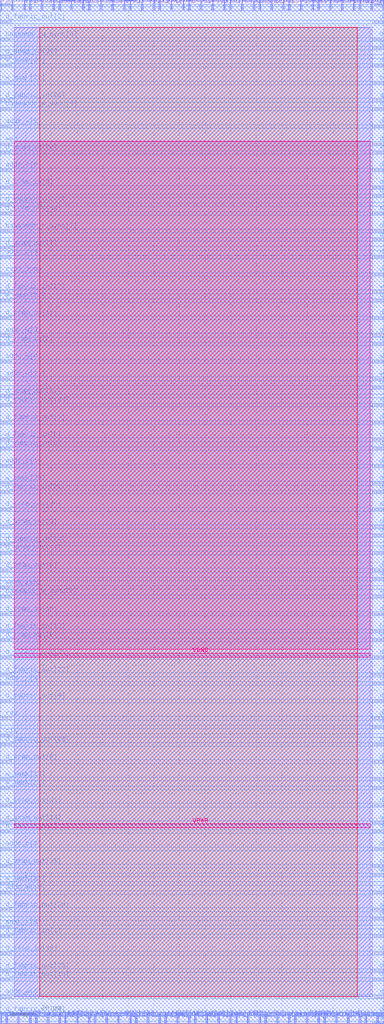
<source format=lef>
VERSION 5.7 ;
  NOWIREEXTENSIONATPIN ON ;
  DIVIDERCHAR "/" ;
  BUSBITCHARS "[]" ;
MACRO sram_ifc
  CLASS BLOCK ;
  FOREIGN sram_ifc ;
  ORIGIN 0.000 0.000 ;
  SIZE 150.000 BY 400.000 ;
  PIN addr_r[0]
    DIRECTION INPUT ;
    PORT
      LAYER met3 ;
        RECT 146.000 57.840 150.000 58.440 ;
    END
  END addr_r[0]
  PIN addr_r[10]
    DIRECTION INPUT ;
    PORT
      LAYER met3 ;
        RECT 146.000 360.440 150.000 361.040 ;
    END
  END addr_r[10]
  PIN addr_r[11]
    DIRECTION INPUT ;
    PORT
      LAYER met3 ;
        RECT 146.000 200.640 150.000 201.240 ;
    END
  END addr_r[11]
  PIN addr_r[12]
    DIRECTION INPUT ;
    PORT
      LAYER met2 ;
        RECT 55.290 396.000 55.570 400.000 ;
    END
  END addr_r[12]
  PIN addr_r[13]
    DIRECTION INPUT ;
    PORT
      LAYER met3 ;
        RECT 146.000 316.240 150.000 316.840 ;
    END
  END addr_r[13]
  PIN addr_r[1]
    DIRECTION INPUT ;
    PORT
      LAYER met3 ;
        RECT 0.000 217.640 4.000 218.240 ;
    END
  END addr_r[1]
  PIN addr_r[2]
    DIRECTION INPUT ;
    PORT
      LAYER met2 ;
        RECT 48.390 396.000 48.670 400.000 ;
    END
  END addr_r[2]
  PIN addr_r[3]
    DIRECTION INPUT ;
    PORT
      LAYER met2 ;
        RECT 140.390 0.000 140.670 4.000 ;
    END
  END addr_r[3]
  PIN addr_r[4]
    DIRECTION INPUT ;
    PORT
      LAYER met3 ;
        RECT 0.000 132.640 4.000 133.240 ;
    END
  END addr_r[4]
  PIN addr_r[5]
    DIRECTION INPUT ;
    PORT
      LAYER met3 ;
        RECT 0.000 333.240 4.000 333.840 ;
    END
  END addr_r[5]
  PIN addr_r[6]
    DIRECTION INPUT ;
    PORT
      LAYER met3 ;
        RECT 0.000 37.440 4.000 38.040 ;
    END
  END addr_r[6]
  PIN addr_r[7]
    DIRECTION INPUT ;
    PORT
      LAYER met3 ;
        RECT 0.000 68.040 4.000 68.640 ;
    END
  END addr_r[7]
  PIN addr_r[8]
    DIRECTION INPUT ;
    PORT
      LAYER met2 ;
        RECT 46.090 0.000 46.370 4.000 ;
    END
  END addr_r[8]
  PIN addr_r[9]
    DIRECTION INPUT ;
    PORT
      LAYER met3 ;
        RECT 0.000 299.240 4.000 299.840 ;
    END
  END addr_r[9]
  PIN addr_w[0]
    DIRECTION INPUT ;
    PORT
      LAYER met2 ;
        RECT 126.590 0.000 126.870 4.000 ;
    END
  END addr_w[0]
  PIN addr_w[10]
    DIRECTION INPUT ;
    PORT
      LAYER met3 ;
        RECT 0.000 51.040 4.000 51.640 ;
    END
  END addr_w[10]
  PIN addr_w[11]
    DIRECTION INPUT ;
    PORT
      LAYER met3 ;
        RECT 0.000 251.640 4.000 252.240 ;
    END
  END addr_w[11]
  PIN addr_w[12]
    DIRECTION INPUT ;
    PORT
      LAYER met3 ;
        RECT 146.000 44.240 150.000 44.840 ;
    END
  END addr_w[12]
  PIN addr_w[13]
    DIRECTION INPUT ;
    PORT
      LAYER met2 ;
        RECT 73.690 0.000 73.970 4.000 ;
    END
  END addr_w[13]
  PIN addr_w[1]
    DIRECTION INPUT ;
    PORT
      LAYER met2 ;
        RECT 96.690 0.000 96.970 4.000 ;
    END
  END addr_w[1]
  PIN addr_w[2]
    DIRECTION INPUT ;
    PORT
      LAYER met3 ;
        RECT 146.000 173.440 150.000 174.040 ;
    END
  END addr_w[2]
  PIN addr_w[3]
    DIRECTION INPUT ;
    PORT
      LAYER met3 ;
        RECT 146.000 0.040 150.000 0.640 ;
    END
  END addr_w[3]
  PIN addr_w[4]
    DIRECTION INPUT ;
    PORT
      LAYER met3 ;
        RECT 146.000 78.240 150.000 78.840 ;
    END
  END addr_w[4]
  PIN addr_w[5]
    DIRECTION INPUT ;
    PORT
      LAYER met3 ;
        RECT 0.000 350.240 4.000 350.840 ;
    END
  END addr_w[5]
  PIN addr_w[6]
    DIRECTION INPUT ;
    PORT
      LAYER met3 ;
        RECT 0.000 10.240 4.000 10.840 ;
    END
  END addr_w[6]
  PIN addr_w[7]
    DIRECTION INPUT ;
    PORT
      LAYER met2 ;
        RECT 18.490 0.000 18.770 4.000 ;
    END
  END addr_w[7]
  PIN addr_w[8]
    DIRECTION INPUT ;
    PORT
      LAYER met3 ;
        RECT 0.000 268.640 4.000 269.240 ;
    END
  END addr_w[8]
  PIN addr_w[9]
    DIRECTION INPUT ;
    PORT
      LAYER met3 ;
        RECT 0.000 258.440 4.000 259.040 ;
    END
  END addr_w[9]
  PIN baseaddr_r_sync[0]
    DIRECTION OUTPUT TRISTATE ;
    PORT
      LAYER met3 ;
        RECT 146.000 248.240 150.000 248.840 ;
    END
  END baseaddr_r_sync[0]
  PIN baseaddr_r_sync[1]
    DIRECTION OUTPUT TRISTATE ;
    PORT
      LAYER met2 ;
        RECT 73.690 396.000 73.970 400.000 ;
    END
  END baseaddr_r_sync[1]
  PIN baseaddr_r_sync[2]
    DIRECTION OUTPUT TRISTATE ;
    PORT
      LAYER met3 ;
        RECT 146.000 108.840 150.000 109.440 ;
    END
  END baseaddr_r_sync[2]
  PIN baseaddr_r_sync[3]
    DIRECTION OUTPUT TRISTATE ;
    PORT
      LAYER met2 ;
        RECT 89.790 0.000 90.070 4.000 ;
    END
  END baseaddr_r_sync[3]
  PIN baseaddr_r_sync[4]
    DIRECTION OUTPUT TRISTATE ;
    PORT
      LAYER met3 ;
        RECT 146.000 153.040 150.000 153.640 ;
    END
  END baseaddr_r_sync[4]
  PIN baseaddr_r_sync[5]
    DIRECTION OUTPUT TRISTATE ;
    PORT
      LAYER met2 ;
        RECT 101.290 0.000 101.570 4.000 ;
    END
  END baseaddr_r_sync[5]
  PIN baseaddr_r_sync[6]
    DIRECTION OUTPUT TRISTATE ;
    PORT
      LAYER met3 ;
        RECT 146.000 132.640 150.000 133.240 ;
    END
  END baseaddr_r_sync[6]
  PIN baseaddr_r_sync[7]
    DIRECTION OUTPUT TRISTATE ;
    PORT
      LAYER met3 ;
        RECT 0.000 309.440 4.000 310.040 ;
    END
  END baseaddr_r_sync[7]
  PIN baseaddr_r_sync[8]
    DIRECTION OUTPUT TRISTATE ;
    PORT
      LAYER met2 ;
        RECT 82.890 396.000 83.170 400.000 ;
    END
  END baseaddr_r_sync[8]
  PIN baseaddr_w_sync[0]
    DIRECTION OUTPUT TRISTATE ;
    PORT
      LAYER met3 ;
        RECT 0.000 384.240 4.000 384.840 ;
    END
  END baseaddr_w_sync[0]
  PIN baseaddr_w_sync[1]
    DIRECTION OUTPUT TRISTATE ;
    PORT
      LAYER met3 ;
        RECT 146.000 367.240 150.000 367.840 ;
    END
  END baseaddr_w_sync[1]
  PIN baseaddr_w_sync[2]
    DIRECTION OUTPUT TRISTATE ;
    PORT
      LAYER met2 ;
        RECT 29.990 0.000 30.270 4.000 ;
    END
  END baseaddr_w_sync[2]
  PIN baseaddr_w_sync[3]
    DIRECTION OUTPUT TRISTATE ;
    PORT
      LAYER met3 ;
        RECT 0.000 357.040 4.000 357.640 ;
    END
  END baseaddr_w_sync[3]
  PIN baseaddr_w_sync[4]
    DIRECTION OUTPUT TRISTATE ;
    PORT
      LAYER met2 ;
        RECT 4.690 396.000 4.970 400.000 ;
    END
  END baseaddr_w_sync[4]
  PIN baseaddr_w_sync[5]
    DIRECTION OUTPUT TRISTATE ;
    PORT
      LAYER met2 ;
        RECT 117.390 396.000 117.670 400.000 ;
    END
  END baseaddr_w_sync[5]
  PIN baseaddr_w_sync[6]
    DIRECTION OUTPUT TRISTATE ;
    PORT
      LAYER met2 ;
        RECT 124.290 0.000 124.570 4.000 ;
    END
  END baseaddr_w_sync[6]
  PIN baseaddr_w_sync[7]
    DIRECTION OUTPUT TRISTATE ;
    PORT
      LAYER met3 ;
        RECT 0.000 166.640 4.000 167.240 ;
    END
  END baseaddr_w_sync[7]
  PIN baseaddr_w_sync[8]
    DIRECTION OUTPUT TRISTATE ;
    PORT
      LAYER met3 ;
        RECT 146.000 61.240 150.000 61.840 ;
    END
  END baseaddr_w_sync[8]
  PIN clk
    DIRECTION INPUT ;
    PORT
      LAYER met3 ;
        RECT 0.000 112.240 4.000 112.840 ;
    END
  END clk
  PIN conf[0]
    DIRECTION INPUT ;
    PORT
      LAYER met2 ;
        RECT 71.390 396.000 71.670 400.000 ;
    END
  END conf[0]
  PIN conf[1]
    DIRECTION INPUT ;
    PORT
      LAYER met2 ;
        RECT 92.090 0.000 92.370 4.000 ;
    END
  END conf[1]
  PIN conf[2]
    DIRECTION INPUT ;
    PORT
      LAYER met3 ;
        RECT 146.000 227.840 150.000 228.440 ;
    END
  END conf[2]
  PIN csb
    DIRECTION INPUT ;
    PORT
      LAYER met3 ;
        RECT 146.000 95.240 150.000 95.840 ;
    END
  END csb
  PIN csb0_sync
    DIRECTION OUTPUT TRISTATE ;
    PORT
      LAYER met2 ;
        RECT 138.090 396.000 138.370 400.000 ;
    END
  END csb0_sync
  PIN csb1_sync
    DIRECTION OUTPUT TRISTATE ;
    PORT
      LAYER met3 ;
        RECT 0.000 292.440 4.000 293.040 ;
    END
  END csb1_sync
  PIN d_fabric_in[0]
    DIRECTION INPUT ;
    PORT
      LAYER met3 ;
        RECT 146.000 68.040 150.000 68.640 ;
    END
  END d_fabric_in[0]
  PIN d_fabric_in[10]
    DIRECTION INPUT ;
    PORT
      LAYER met3 ;
        RECT 146.000 10.240 150.000 10.840 ;
    END
  END d_fabric_in[10]
  PIN d_fabric_in[11]
    DIRECTION INPUT ;
    PORT
      LAYER met2 ;
        RECT 50.690 396.000 50.970 400.000 ;
    END
  END d_fabric_in[11]
  PIN d_fabric_in[12]
    DIRECTION INPUT ;
    PORT
      LAYER met3 ;
        RECT 146.000 391.040 150.000 391.640 ;
    END
  END d_fabric_in[12]
  PIN d_fabric_in[13]
    DIRECTION INPUT ;
    PORT
      LAYER met3 ;
        RECT 0.000 153.040 4.000 153.640 ;
    END
  END d_fabric_in[13]
  PIN d_fabric_in[14]
    DIRECTION INPUT ;
    PORT
      LAYER met3 ;
        RECT 0.000 3.440 4.000 4.040 ;
    END
  END d_fabric_in[14]
  PIN d_fabric_in[15]
    DIRECTION INPUT ;
    PORT
      LAYER met3 ;
        RECT 0.000 319.640 4.000 320.240 ;
    END
  END d_fabric_in[15]
  PIN d_fabric_in[16]
    DIRECTION INPUT ;
    PORT
      LAYER met2 ;
        RECT 87.490 396.000 87.770 400.000 ;
    END
  END d_fabric_in[16]
  PIN d_fabric_in[17]
    DIRECTION INPUT ;
    PORT
      LAYER met3 ;
        RECT 146.000 384.240 150.000 384.840 ;
    END
  END d_fabric_in[17]
  PIN d_fabric_in[18]
    DIRECTION INPUT ;
    PORT
      LAYER met3 ;
        RECT 146.000 333.240 150.000 333.840 ;
    END
  END d_fabric_in[18]
  PIN d_fabric_in[19]
    DIRECTION INPUT ;
    PORT
      LAYER met2 ;
        RECT 140.390 396.000 140.670 400.000 ;
    END
  END d_fabric_in[19]
  PIN d_fabric_in[1]
    DIRECTION INPUT ;
    PORT
      LAYER met3 ;
        RECT 0.000 34.040 4.000 34.640 ;
    END
  END d_fabric_in[1]
  PIN d_fabric_in[20]
    DIRECTION INPUT ;
    PORT
      LAYER met2 ;
        RECT 103.590 0.000 103.870 4.000 ;
    END
  END d_fabric_in[20]
  PIN d_fabric_in[21]
    DIRECTION INPUT ;
    PORT
      LAYER met3 ;
        RECT 146.000 323.040 150.000 323.640 ;
    END
  END d_fabric_in[21]
  PIN d_fabric_in[22]
    DIRECTION INPUT ;
    PORT
      LAYER met3 ;
        RECT 146.000 74.840 150.000 75.440 ;
    END
  END d_fabric_in[22]
  PIN d_fabric_in[23]
    DIRECTION INPUT ;
    PORT
      LAYER met3 ;
        RECT 146.000 282.240 150.000 282.840 ;
    END
  END d_fabric_in[23]
  PIN d_fabric_in[24]
    DIRECTION INPUT ;
    PORT
      LAYER met3 ;
        RECT 0.000 187.040 4.000 187.640 ;
    END
  END d_fabric_in[24]
  PIN d_fabric_in[25]
    DIRECTION INPUT ;
    PORT
      LAYER met2 ;
        RECT 101.290 396.000 101.570 400.000 ;
    END
  END d_fabric_in[25]
  PIN d_fabric_in[26]
    DIRECTION INPUT ;
    PORT
      LAYER met3 ;
        RECT 0.000 360.440 4.000 361.040 ;
    END
  END d_fabric_in[26]
  PIN d_fabric_in[27]
    DIRECTION INPUT ;
    PORT
      LAYER met3 ;
        RECT 0.000 285.640 4.000 286.240 ;
    END
  END d_fabric_in[27]
  PIN d_fabric_in[28]
    DIRECTION INPUT ;
    PORT
      LAYER met3 ;
        RECT 146.000 265.240 150.000 265.840 ;
    END
  END d_fabric_in[28]
  PIN d_fabric_in[29]
    DIRECTION INPUT ;
    PORT
      LAYER met3 ;
        RECT 146.000 299.240 150.000 299.840 ;
    END
  END d_fabric_in[29]
  PIN d_fabric_in[2]
    DIRECTION INPUT ;
    PORT
      LAYER met2 ;
        RECT 135.790 0.000 136.070 4.000 ;
    END
  END d_fabric_in[2]
  PIN d_fabric_in[30]
    DIRECTION INPUT ;
    PORT
      LAYER met3 ;
        RECT 146.000 102.040 150.000 102.640 ;
    END
  END d_fabric_in[30]
  PIN d_fabric_in[31]
    DIRECTION INPUT ;
    PORT
      LAYER met3 ;
        RECT 0.000 207.440 4.000 208.040 ;
    END
  END d_fabric_in[31]
  PIN d_fabric_in[3]
    DIRECTION INPUT ;
    PORT
      LAYER met3 ;
        RECT 146.000 27.240 150.000 27.840 ;
    END
  END d_fabric_in[3]
  PIN d_fabric_in[4]
    DIRECTION INPUT ;
    PORT
      LAYER met2 ;
        RECT 89.790 396.000 90.070 400.000 ;
    END
  END d_fabric_in[4]
  PIN d_fabric_in[5]
    DIRECTION INPUT ;
    PORT
      LAYER met2 ;
        RECT 66.790 396.000 67.070 400.000 ;
    END
  END d_fabric_in[5]
  PIN d_fabric_in[6]
    DIRECTION INPUT ;
    PORT
      LAYER met3 ;
        RECT 0.000 224.440 4.000 225.040 ;
    END
  END d_fabric_in[6]
  PIN d_fabric_in[7]
    DIRECTION INPUT ;
    PORT
      LAYER met3 ;
        RECT 146.000 397.840 150.000 398.440 ;
    END
  END d_fabric_in[7]
  PIN d_fabric_in[8]
    DIRECTION INPUT ;
    PORT
      LAYER met3 ;
        RECT 0.000 227.840 4.000 228.440 ;
    END
  END d_fabric_in[8]
  PIN d_fabric_in[9]
    DIRECTION INPUT ;
    PORT
      LAYER met2 ;
        RECT 6.990 0.000 7.270 4.000 ;
    END
  END d_fabric_in[9]
  PIN d_fabric_out[0]
    DIRECTION OUTPUT TRISTATE ;
    PORT
      LAYER met2 ;
        RECT 64.490 0.000 64.770 4.000 ;
    END
  END d_fabric_out[0]
  PIN d_fabric_out[10]
    DIRECTION OUTPUT TRISTATE ;
    PORT
      LAYER met3 ;
        RECT 0.000 17.040 4.000 17.640 ;
    END
  END d_fabric_out[10]
  PIN d_fabric_out[11]
    DIRECTION OUTPUT TRISTATE ;
    PORT
      LAYER met3 ;
        RECT 146.000 3.440 150.000 4.040 ;
    END
  END d_fabric_out[11]
  PIN d_fabric_out[12]
    DIRECTION OUTPUT TRISTATE ;
    PORT
      LAYER met3 ;
        RECT 146.000 350.240 150.000 350.840 ;
    END
  END d_fabric_out[12]
  PIN d_fabric_out[13]
    DIRECTION OUTPUT TRISTATE ;
    PORT
      LAYER met2 ;
        RECT 75.990 0.000 76.270 4.000 ;
    END
  END d_fabric_out[13]
  PIN d_fabric_out[14]
    DIRECTION OUTPUT TRISTATE ;
    PORT
      LAYER met3 ;
        RECT 146.000 17.040 150.000 17.640 ;
    END
  END d_fabric_out[14]
  PIN d_fabric_out[15]
    DIRECTION OUTPUT TRISTATE ;
    PORT
      LAYER met2 ;
        RECT 9.290 396.000 9.570 400.000 ;
    END
  END d_fabric_out[15]
  PIN d_fabric_out[16]
    DIRECTION OUTPUT TRISTATE ;
    PORT
      LAYER met3 ;
        RECT 146.000 292.440 150.000 293.040 ;
    END
  END d_fabric_out[16]
  PIN d_fabric_out[17]
    DIRECTION OUTPUT TRISTATE ;
    PORT
      LAYER met2 ;
        RECT 62.190 396.000 62.470 400.000 ;
    END
  END d_fabric_out[17]
  PIN d_fabric_out[18]
    DIRECTION OUTPUT TRISTATE ;
    PORT
      LAYER met2 ;
        RECT 131.190 0.000 131.470 4.000 ;
    END
  END d_fabric_out[18]
  PIN d_fabric_out[19]
    DIRECTION OUTPUT TRISTATE ;
    PORT
      LAYER met3 ;
        RECT 146.000 159.840 150.000 160.440 ;
    END
  END d_fabric_out[19]
  PIN d_fabric_out[1]
    DIRECTION OUTPUT TRISTATE ;
    PORT
      LAYER met2 ;
        RECT 147.290 0.000 147.570 4.000 ;
    END
  END d_fabric_out[1]
  PIN d_fabric_out[20]
    DIRECTION OUTPUT TRISTATE ;
    PORT
      LAYER met2 ;
        RECT 69.090 0.000 69.370 4.000 ;
    END
  END d_fabric_out[20]
  PIN d_fabric_out[21]
    DIRECTION OUTPUT TRISTATE ;
    PORT
      LAYER met3 ;
        RECT 0.000 142.840 4.000 143.440 ;
    END
  END d_fabric_out[21]
  PIN d_fabric_out[22]
    DIRECTION OUTPUT TRISTATE ;
    PORT
      LAYER met3 ;
        RECT 0.000 136.040 4.000 136.640 ;
    END
  END d_fabric_out[22]
  PIN d_fabric_out[23]
    DIRECTION OUTPUT TRISTATE ;
    PORT
      LAYER met3 ;
        RECT 0.000 108.840 4.000 109.440 ;
    END
  END d_fabric_out[23]
  PIN d_fabric_out[24]
    DIRECTION OUTPUT TRISTATE ;
    PORT
      LAYER met3 ;
        RECT 146.000 234.640 150.000 235.240 ;
    END
  END d_fabric_out[24]
  PIN d_fabric_out[25]
    DIRECTION OUTPUT TRISTATE ;
    PORT
      LAYER met3 ;
        RECT 0.000 20.440 4.000 21.040 ;
    END
  END d_fabric_out[25]
  PIN d_fabric_out[26]
    DIRECTION OUTPUT TRISTATE ;
    PORT
      LAYER met3 ;
        RECT 0.000 44.240 4.000 44.840 ;
    END
  END d_fabric_out[26]
  PIN d_fabric_out[27]
    DIRECTION OUTPUT TRISTATE ;
    PORT
      LAYER met3 ;
        RECT 0.000 74.840 4.000 75.440 ;
    END
  END d_fabric_out[27]
  PIN d_fabric_out[28]
    DIRECTION OUTPUT TRISTATE ;
    PORT
      LAYER met2 ;
        RECT 11.590 396.000 11.870 400.000 ;
    END
  END d_fabric_out[28]
  PIN d_fabric_out[29]
    DIRECTION OUTPUT TRISTATE ;
    PORT
      LAYER met3 ;
        RECT 0.000 241.440 4.000 242.040 ;
    END
  END d_fabric_out[29]
  PIN d_fabric_out[2]
    DIRECTION OUTPUT TRISTATE ;
    PORT
      LAYER met3 ;
        RECT 0.000 391.040 4.000 391.640 ;
    END
  END d_fabric_out[2]
  PIN d_fabric_out[30]
    DIRECTION OUTPUT TRISTATE ;
    PORT
      LAYER met2 ;
        RECT 27.690 396.000 27.970 400.000 ;
    END
  END d_fabric_out[30]
  PIN d_fabric_out[31]
    DIRECTION OUTPUT TRISTATE ;
    PORT
      LAYER met2 ;
        RECT 149.590 396.000 149.870 400.000 ;
    END
  END d_fabric_out[31]
  PIN d_fabric_out[3]
    DIRECTION OUTPUT TRISTATE ;
    PORT
      LAYER met2 ;
        RECT 105.890 396.000 106.170 400.000 ;
    END
  END d_fabric_out[3]
  PIN d_fabric_out[4]
    DIRECTION OUTPUT TRISTATE ;
    PORT
      LAYER met3 ;
        RECT 146.000 34.040 150.000 34.640 ;
    END
  END d_fabric_out[4]
  PIN d_fabric_out[5]
    DIRECTION OUTPUT TRISTATE ;
    PORT
      LAYER met3 ;
        RECT 146.000 343.440 150.000 344.040 ;
    END
  END d_fabric_out[5]
  PIN d_fabric_out[6]
    DIRECTION OUTPUT TRISTATE ;
    PORT
      LAYER met3 ;
        RECT 146.000 326.440 150.000 327.040 ;
    END
  END d_fabric_out[6]
  PIN d_fabric_out[7]
    DIRECTION OUTPUT TRISTATE ;
    PORT
      LAYER met3 ;
        RECT 146.000 268.640 150.000 269.240 ;
    END
  END d_fabric_out[7]
  PIN d_fabric_out[8]
    DIRECTION OUTPUT TRISTATE ;
    PORT
      LAYER met3 ;
        RECT 0.000 125.840 4.000 126.440 ;
    END
  END d_fabric_out[8]
  PIN d_fabric_out[9]
    DIRECTION OUTPUT TRISTATE ;
    PORT
      LAYER met3 ;
        RECT 0.000 234.640 4.000 235.240 ;
    END
  END d_fabric_out[9]
  PIN d_sram_in[0]
    DIRECTION OUTPUT TRISTATE ;
    PORT
      LAYER met2 ;
        RECT 2.390 0.000 2.670 4.000 ;
    END
  END d_sram_in[0]
  PIN d_sram_in[10]
    DIRECTION OUTPUT TRISTATE ;
    PORT
      LAYER met3 ;
        RECT 146.000 217.640 150.000 218.240 ;
    END
  END d_sram_in[10]
  PIN d_sram_in[11]
    DIRECTION OUTPUT TRISTATE ;
    PORT
      LAYER met3 ;
        RECT 146.000 210.840 150.000 211.440 ;
    END
  END d_sram_in[11]
  PIN d_sram_in[12]
    DIRECTION OUTPUT TRISTATE ;
    PORT
      LAYER met2 ;
        RECT 32.290 396.000 32.570 400.000 ;
    END
  END d_sram_in[12]
  PIN d_sram_in[13]
    DIRECTION OUTPUT TRISTATE ;
    PORT
      LAYER met3 ;
        RECT 0.000 275.440 4.000 276.040 ;
    END
  END d_sram_in[13]
  PIN d_sram_in[14]
    DIRECTION OUTPUT TRISTATE ;
    PORT
      LAYER met3 ;
        RECT 0.000 27.240 4.000 27.840 ;
    END
  END d_sram_in[14]
  PIN d_sram_in[15]
    DIRECTION OUTPUT TRISTATE ;
    PORT
      LAYER met3 ;
        RECT 0.000 159.840 4.000 160.440 ;
    END
  END d_sram_in[15]
  PIN d_sram_in[16]
    DIRECTION OUTPUT TRISTATE ;
    PORT
      LAYER met3 ;
        RECT 146.000 190.440 150.000 191.040 ;
    END
  END d_sram_in[16]
  PIN d_sram_in[17]
    DIRECTION OUTPUT TRISTATE ;
    PORT
      LAYER met3 ;
        RECT 146.000 142.840 150.000 143.440 ;
    END
  END d_sram_in[17]
  PIN d_sram_in[18]
    DIRECTION OUTPUT TRISTATE ;
    PORT
      LAYER met2 ;
        RECT 11.590 0.000 11.870 4.000 ;
    END
  END d_sram_in[18]
  PIN d_sram_in[19]
    DIRECTION OUTPUT TRISTATE ;
    PORT
      LAYER met3 ;
        RECT 146.000 374.040 150.000 374.640 ;
    END
  END d_sram_in[19]
  PIN d_sram_in[1]
    DIRECTION OUTPUT TRISTATE ;
    PORT
      LAYER met3 ;
        RECT 0.000 397.840 4.000 398.440 ;
    END
  END d_sram_in[1]
  PIN d_sram_in[20]
    DIRECTION OUTPUT TRISTATE ;
    PORT
      LAYER met3 ;
        RECT 0.000 340.040 4.000 340.640 ;
    END
  END d_sram_in[20]
  PIN d_sram_in[21]
    DIRECTION OUTPUT TRISTATE ;
    PORT
      LAYER met3 ;
        RECT 146.000 309.440 150.000 310.040 ;
    END
  END d_sram_in[21]
  PIN d_sram_in[22]
    DIRECTION OUTPUT TRISTATE ;
    PORT
      LAYER met2 ;
        RECT 85.190 0.000 85.470 4.000 ;
    END
  END d_sram_in[22]
  PIN d_sram_in[23]
    DIRECTION OUTPUT TRISTATE ;
    PORT
      LAYER met2 ;
        RECT 108.190 0.000 108.470 4.000 ;
    END
  END d_sram_in[23]
  PIN d_sram_in[24]
    DIRECTION OUTPUT TRISTATE ;
    PORT
      LAYER met3 ;
        RECT 146.000 115.640 150.000 116.240 ;
    END
  END d_sram_in[24]
  PIN d_sram_in[25]
    DIRECTION OUTPUT TRISTATE ;
    PORT
      LAYER met2 ;
        RECT 128.890 396.000 129.170 400.000 ;
    END
  END d_sram_in[25]
  PIN d_sram_in[26]
    DIRECTION OUTPUT TRISTATE ;
    PORT
      LAYER met2 ;
        RECT 41.490 0.000 41.770 4.000 ;
    END
  END d_sram_in[26]
  PIN d_sram_in[27]
    DIRECTION OUTPUT TRISTATE ;
    PORT
      LAYER met3 ;
        RECT 0.000 377.440 4.000 378.040 ;
    END
  END d_sram_in[27]
  PIN d_sram_in[28]
    DIRECTION OUTPUT TRISTATE ;
    PORT
      LAYER met3 ;
        RECT 0.000 193.840 4.000 194.440 ;
    END
  END d_sram_in[28]
  PIN d_sram_in[29]
    DIRECTION OUTPUT TRISTATE ;
    PORT
      LAYER met3 ;
        RECT 146.000 119.040 150.000 119.640 ;
    END
  END d_sram_in[29]
  PIN d_sram_in[2]
    DIRECTION OUTPUT TRISTATE ;
    PORT
      LAYER met2 ;
        RECT 34.590 0.000 34.870 4.000 ;
    END
  END d_sram_in[2]
  PIN d_sram_in[30]
    DIRECTION OUTPUT TRISTATE ;
    PORT
      LAYER met2 ;
        RECT 34.590 396.000 34.870 400.000 ;
    END
  END d_sram_in[30]
  PIN d_sram_in[31]
    DIRECTION OUTPUT TRISTATE ;
    PORT
      LAYER met3 ;
        RECT 146.000 176.840 150.000 177.440 ;
    END
  END d_sram_in[31]
  PIN d_sram_in[3]
    DIRECTION OUTPUT TRISTATE ;
    PORT
      LAYER met3 ;
        RECT 0.000 265.240 4.000 265.840 ;
    END
  END d_sram_in[3]
  PIN d_sram_in[4]
    DIRECTION OUTPUT TRISTATE ;
    PORT
      LAYER met2 ;
        RECT 16.190 396.000 16.470 400.000 ;
    END
  END d_sram_in[4]
  PIN d_sram_in[5]
    DIRECTION OUTPUT TRISTATE ;
    PORT
      LAYER met3 ;
        RECT 146.000 207.440 150.000 208.040 ;
    END
  END d_sram_in[5]
  PIN d_sram_in[6]
    DIRECTION OUTPUT TRISTATE ;
    PORT
      LAYER met3 ;
        RECT 0.000 326.440 4.000 327.040 ;
    END
  END d_sram_in[6]
  PIN d_sram_in[7]
    DIRECTION OUTPUT TRISTATE ;
    PORT
      LAYER met3 ;
        RECT 146.000 40.840 150.000 41.440 ;
    END
  END d_sram_in[7]
  PIN d_sram_in[8]
    DIRECTION OUTPUT TRISTATE ;
    PORT
      LAYER met3 ;
        RECT 146.000 20.440 150.000 21.040 ;
    END
  END d_sram_in[8]
  PIN d_sram_in[9]
    DIRECTION OUTPUT TRISTATE ;
    PORT
      LAYER met3 ;
        RECT 146.000 224.440 150.000 225.040 ;
    END
  END d_sram_in[9]
  PIN d_sram_out[0]
    DIRECTION INPUT ;
    PORT
      LAYER met3 ;
        RECT 0.000 176.840 4.000 177.440 ;
    END
  END d_sram_out[0]
  PIN d_sram_out[10]
    DIRECTION INPUT ;
    PORT
      LAYER met2 ;
        RECT 50.690 0.000 50.970 4.000 ;
    END
  END d_sram_out[10]
  PIN d_sram_out[11]
    DIRECTION INPUT ;
    PORT
      LAYER met3 ;
        RECT 0.000 183.640 4.000 184.240 ;
    END
  END d_sram_out[11]
  PIN d_sram_out[12]
    DIRECTION INPUT ;
    PORT
      LAYER met3 ;
        RECT 0.000 316.240 4.000 316.840 ;
    END
  END d_sram_out[12]
  PIN d_sram_out[13]
    DIRECTION INPUT ;
    PORT
      LAYER met2 ;
        RECT 43.790 396.000 44.070 400.000 ;
    END
  END d_sram_out[13]
  PIN d_sram_out[14]
    DIRECTION INPUT ;
    PORT
      LAYER met3 ;
        RECT 0.000 78.240 4.000 78.840 ;
    END
  END d_sram_out[14]
  PIN d_sram_out[15]
    DIRECTION INPUT ;
    PORT
      LAYER met2 ;
        RECT 121.990 396.000 122.270 400.000 ;
    END
  END d_sram_out[15]
  PIN d_sram_out[16]
    DIRECTION INPUT ;
    PORT
      LAYER met2 ;
        RECT 57.590 0.000 57.870 4.000 ;
    END
  END d_sram_out[16]
  PIN d_sram_out[17]
    DIRECTION INPUT ;
    PORT
      LAYER met3 ;
        RECT 146.000 380.840 150.000 381.440 ;
    END
  END d_sram_out[17]
  PIN d_sram_out[18]
    DIRECTION INPUT ;
    PORT
      LAYER met2 ;
        RECT 119.690 0.000 119.970 4.000 ;
    END
  END d_sram_out[18]
  PIN d_sram_out[19]
    DIRECTION INPUT ;
    PORT
      LAYER met2 ;
        RECT 110.490 396.000 110.770 400.000 ;
    END
  END d_sram_out[19]
  PIN d_sram_out[1]
    DIRECTION INPUT ;
    PORT
      LAYER met3 ;
        RECT 146.000 306.040 150.000 306.640 ;
    END
  END d_sram_out[1]
  PIN d_sram_out[20]
    DIRECTION INPUT ;
    PORT
      LAYER met3 ;
        RECT 146.000 136.040 150.000 136.640 ;
    END
  END d_sram_out[20]
  PIN d_sram_out[21]
    DIRECTION INPUT ;
    PORT
      LAYER met3 ;
        RECT 0.000 85.040 4.000 85.640 ;
    END
  END d_sram_out[21]
  PIN d_sram_out[22]
    DIRECTION INPUT ;
    PORT
      LAYER met2 ;
        RECT 13.890 0.000 14.170 4.000 ;
    END
  END d_sram_out[22]
  PIN d_sram_out[23]
    DIRECTION INPUT ;
    PORT
      LAYER met2 ;
        RECT 112.790 396.000 113.070 400.000 ;
    END
  END d_sram_out[23]
  PIN d_sram_out[24]
    DIRECTION INPUT ;
    PORT
      LAYER met3 ;
        RECT 146.000 85.040 150.000 85.640 ;
    END
  END d_sram_out[24]
  PIN d_sram_out[25]
    DIRECTION INPUT ;
    PORT
      LAYER met3 ;
        RECT 0.000 61.240 4.000 61.840 ;
    END
  END d_sram_out[25]
  PIN d_sram_out[26]
    DIRECTION INPUT ;
    PORT
      LAYER met2 ;
        RECT 124.290 396.000 124.570 400.000 ;
    END
  END d_sram_out[26]
  PIN d_sram_out[27]
    DIRECTION INPUT ;
    PORT
      LAYER met3 ;
        RECT 146.000 125.840 150.000 126.440 ;
    END
  END d_sram_out[27]
  PIN d_sram_out[28]
    DIRECTION INPUT ;
    PORT
      LAYER met2 ;
        RECT 62.190 0.000 62.470 4.000 ;
    END
  END d_sram_out[28]
  PIN d_sram_out[29]
    DIRECTION INPUT ;
    PORT
      LAYER met2 ;
        RECT 142.690 0.000 142.970 4.000 ;
    END
  END d_sram_out[29]
  PIN d_sram_out[2]
    DIRECTION INPUT ;
    PORT
      LAYER met3 ;
        RECT 146.000 357.040 150.000 357.640 ;
    END
  END d_sram_out[2]
  PIN d_sram_out[30]
    DIRECTION INPUT ;
    PORT
      LAYER met3 ;
        RECT 0.000 200.640 4.000 201.240 ;
    END
  END d_sram_out[30]
  PIN d_sram_out[31]
    DIRECTION INPUT ;
    PORT
      LAYER met3 ;
        RECT 0.000 244.840 4.000 245.440 ;
    END
  END d_sram_out[31]
  PIN d_sram_out[3]
    DIRECTION INPUT ;
    PORT
      LAYER met3 ;
        RECT 146.000 193.840 150.000 194.440 ;
    END
  END d_sram_out[3]
  PIN d_sram_out[4]
    DIRECTION INPUT ;
    PORT
      LAYER met2 ;
        RECT 52.990 0.000 53.270 4.000 ;
    END
  END d_sram_out[4]
  PIN d_sram_out[5]
    DIRECTION INPUT ;
    PORT
      LAYER met2 ;
        RECT 23.090 0.000 23.370 4.000 ;
    END
  END d_sram_out[5]
  PIN d_sram_out[6]
    DIRECTION INPUT ;
    PORT
      LAYER met3 ;
        RECT 146.000 275.440 150.000 276.040 ;
    END
  END d_sram_out[6]
  PIN d_sram_out[7]
    DIRECTION INPUT ;
    PORT
      LAYER met3 ;
        RECT 0.000 302.640 4.000 303.240 ;
    END
  END d_sram_out[7]
  PIN d_sram_out[8]
    DIRECTION INPUT ;
    PORT
      LAYER met3 ;
        RECT 0.000 149.640 4.000 150.240 ;
    END
  END d_sram_out[8]
  PIN d_sram_out[9]
    DIRECTION INPUT ;
    PORT
      LAYER met3 ;
        RECT 0.000 102.040 4.000 102.640 ;
    END
  END d_sram_out[9]
  PIN out_reg
    DIRECTION INPUT ;
    PORT
      LAYER met2 ;
        RECT 94.390 396.000 94.670 400.000 ;
    END
  END out_reg
  PIN reb
    DIRECTION INPUT ;
    PORT
      LAYER met3 ;
        RECT 0.000 119.040 4.000 119.640 ;
    END
  END reb
  PIN w_mask[0]
    DIRECTION OUTPUT TRISTATE ;
    PORT
      LAYER met3 ;
        RECT 146.000 91.840 150.000 92.440 ;
    END
  END w_mask[0]
  PIN w_mask[10]
    DIRECTION OUTPUT TRISTATE ;
    PORT
      LAYER met2 ;
        RECT 23.090 396.000 23.370 400.000 ;
    END
  END w_mask[10]
  PIN w_mask[11]
    DIRECTION OUTPUT TRISTATE ;
    PORT
      LAYER met3 ;
        RECT 146.000 340.040 150.000 340.640 ;
    END
  END w_mask[11]
  PIN w_mask[12]
    DIRECTION OUTPUT TRISTATE ;
    PORT
      LAYER met2 ;
        RECT 0.090 0.000 0.370 4.000 ;
    END
  END w_mask[12]
  PIN w_mask[13]
    DIRECTION OUTPUT TRISTATE ;
    PORT
      LAYER met3 ;
        RECT 0.000 95.240 4.000 95.840 ;
    END
  END w_mask[13]
  PIN w_mask[14]
    DIRECTION OUTPUT TRISTATE ;
    PORT
      LAYER met2 ;
        RECT 80.590 0.000 80.870 4.000 ;
    END
  END w_mask[14]
  PIN w_mask[15]
    DIRECTION OUTPUT TRISTATE ;
    PORT
      LAYER met2 ;
        RECT 36.890 0.000 37.170 4.000 ;
    END
  END w_mask[15]
  PIN w_mask[16]
    DIRECTION OUTPUT TRISTATE ;
    PORT
      LAYER met2 ;
        RECT 98.990 396.000 99.270 400.000 ;
    END
  END w_mask[16]
  PIN w_mask[17]
    DIRECTION OUTPUT TRISTATE ;
    PORT
      LAYER met2 ;
        RECT 144.990 396.000 145.270 400.000 ;
    END
  END w_mask[17]
  PIN w_mask[18]
    DIRECTION OUTPUT TRISTATE ;
    PORT
      LAYER met3 ;
        RECT 146.000 285.640 150.000 286.240 ;
    END
  END w_mask[18]
  PIN w_mask[19]
    DIRECTION OUTPUT TRISTATE ;
    PORT
      LAYER met2 ;
        RECT 115.090 0.000 115.370 4.000 ;
    END
  END w_mask[19]
  PIN w_mask[1]
    DIRECTION OUTPUT TRISTATE ;
    PORT
      LAYER met3 ;
        RECT 146.000 51.040 150.000 51.640 ;
    END
  END w_mask[1]
  PIN w_mask[20]
    DIRECTION OUTPUT TRISTATE ;
    PORT
      LAYER met3 ;
        RECT 0.000 374.040 4.000 374.640 ;
    END
  END w_mask[20]
  PIN w_mask[21]
    DIRECTION OUTPUT TRISTATE ;
    PORT
      LAYER met3 ;
        RECT 0.000 282.240 4.000 282.840 ;
    END
  END w_mask[21]
  PIN w_mask[22]
    DIRECTION OUTPUT TRISTATE ;
    PORT
      LAYER met2 ;
        RECT 78.290 396.000 78.570 400.000 ;
    END
  END w_mask[22]
  PIN w_mask[23]
    DIRECTION OUTPUT TRISTATE ;
    PORT
      LAYER met3 ;
        RECT 0.000 54.440 4.000 55.040 ;
    END
  END w_mask[23]
  PIN w_mask[24]
    DIRECTION OUTPUT TRISTATE ;
    PORT
      LAYER met2 ;
        RECT 25.390 0.000 25.670 4.000 ;
    END
  END w_mask[24]
  PIN w_mask[25]
    DIRECTION OUTPUT TRISTATE ;
    PORT
      LAYER met3 ;
        RECT 0.000 210.840 4.000 211.440 ;
    END
  END w_mask[25]
  PIN w_mask[26]
    DIRECTION OUTPUT TRISTATE ;
    PORT
      LAYER met2 ;
        RECT 59.890 396.000 60.170 400.000 ;
    END
  END w_mask[26]
  PIN w_mask[27]
    DIRECTION OUTPUT TRISTATE ;
    PORT
      LAYER met3 ;
        RECT 0.000 367.240 4.000 367.840 ;
    END
  END w_mask[27]
  PIN w_mask[28]
    DIRECTION OUTPUT TRISTATE ;
    PORT
      LAYER met2 ;
        RECT 39.190 396.000 39.470 400.000 ;
    END
  END w_mask[28]
  PIN w_mask[29]
    DIRECTION OUTPUT TRISTATE ;
    PORT
      LAYER met2 ;
        RECT 133.490 396.000 133.770 400.000 ;
    END
  END w_mask[29]
  PIN w_mask[2]
    DIRECTION OUTPUT TRISTATE ;
    PORT
      LAYER met2 ;
        RECT 0.090 396.000 0.370 400.000 ;
    END
  END w_mask[2]
  PIN w_mask[30]
    DIRECTION OUTPUT TRISTATE ;
    PORT
      LAYER met2 ;
        RECT 112.790 0.000 113.070 4.000 ;
    END
  END w_mask[30]
  PIN w_mask[31]
    DIRECTION OUTPUT TRISTATE ;
    PORT
      LAYER met3 ;
        RECT 0.000 91.840 4.000 92.440 ;
    END
  END w_mask[31]
  PIN w_mask[3]
    DIRECTION OUTPUT TRISTATE ;
    PORT
      LAYER met3 ;
        RECT 146.000 258.440 150.000 259.040 ;
    END
  END w_mask[3]
  PIN w_mask[4]
    DIRECTION OUTPUT TRISTATE ;
    PORT
      LAYER met3 ;
        RECT 146.000 241.440 150.000 242.040 ;
    END
  END w_mask[4]
  PIN w_mask[5]
    DIRECTION OUTPUT TRISTATE ;
    PORT
      LAYER met2 ;
        RECT 20.790 396.000 21.070 400.000 ;
    END
  END w_mask[5]
  PIN w_mask[6]
    DIRECTION OUTPUT TRISTATE ;
    PORT
      LAYER met3 ;
        RECT 146.000 183.640 150.000 184.240 ;
    END
  END w_mask[6]
  PIN w_mask[7]
    DIRECTION OUTPUT TRISTATE ;
    PORT
      LAYER met3 ;
        RECT 146.000 149.640 150.000 150.240 ;
    END
  END w_mask[7]
  PIN w_mask[8]
    DIRECTION OUTPUT TRISTATE ;
    PORT
      LAYER met3 ;
        RECT 146.000 251.640 150.000 252.240 ;
    END
  END w_mask[8]
  PIN w_mask[9]
    DIRECTION OUTPUT TRISTATE ;
    PORT
      LAYER met3 ;
        RECT 146.000 166.640 150.000 167.240 ;
    END
  END w_mask[9]
  PIN web
    DIRECTION INPUT ;
    PORT
      LAYER met3 ;
        RECT 0.000 343.440 4.000 344.040 ;
    END
  END web
  PIN web0_sync
    DIRECTION OUTPUT TRISTATE ;
    PORT
      LAYER met3 ;
        RECT 0.000 170.040 4.000 170.640 ;
    END
  END web0_sync
  PIN VPWR
    DIRECTION INPUT ;
    USE POWER ;
    PORT
      LAYER met5 ;
        RECT 5.520 76.505 144.440 78.105 ;
    END
  END VPWR
  PIN VGND
    DIRECTION INPUT ;
    USE GROUND ;
    PORT
      LAYER met5 ;
        RECT 5.520 143.175 144.440 144.775 ;
    END
  END VGND
  OBS
      LAYER li1 ;
        RECT 5.520 10.795 144.440 389.045 ;
      LAYER met1 ;
        RECT 5.520 10.640 145.290 389.200 ;
      LAYER met2 ;
        RECT 0.650 395.720 4.410 398.325 ;
        RECT 5.250 395.720 9.010 398.325 ;
        RECT 9.850 395.720 11.310 398.325 ;
        RECT 12.150 395.720 15.910 398.325 ;
        RECT 16.750 395.720 20.510 398.325 ;
        RECT 21.350 395.720 22.810 398.325 ;
        RECT 23.650 395.720 27.410 398.325 ;
        RECT 28.250 395.720 32.010 398.325 ;
        RECT 32.850 395.720 34.310 398.325 ;
        RECT 35.150 395.720 38.910 398.325 ;
        RECT 39.750 395.720 43.510 398.325 ;
        RECT 44.350 395.720 48.110 398.325 ;
        RECT 48.950 395.720 50.410 398.325 ;
        RECT 51.250 395.720 55.010 398.325 ;
        RECT 55.850 395.720 59.610 398.325 ;
        RECT 60.450 395.720 61.910 398.325 ;
        RECT 62.750 395.720 66.510 398.325 ;
        RECT 67.350 395.720 71.110 398.325 ;
        RECT 71.950 395.720 73.410 398.325 ;
        RECT 74.250 395.720 78.010 398.325 ;
        RECT 78.850 395.720 82.610 398.325 ;
        RECT 83.450 395.720 87.210 398.325 ;
        RECT 88.050 395.720 89.510 398.325 ;
        RECT 90.350 395.720 94.110 398.325 ;
        RECT 94.950 395.720 98.710 398.325 ;
        RECT 99.550 395.720 101.010 398.325 ;
        RECT 101.850 395.720 105.610 398.325 ;
        RECT 106.450 395.720 110.210 398.325 ;
        RECT 111.050 395.720 112.510 398.325 ;
        RECT 113.350 395.720 117.110 398.325 ;
        RECT 117.950 395.720 121.710 398.325 ;
        RECT 122.550 395.720 124.010 398.325 ;
        RECT 124.850 395.720 128.610 398.325 ;
        RECT 129.450 395.720 133.210 398.325 ;
        RECT 134.050 395.720 137.810 398.325 ;
        RECT 138.650 395.720 140.110 398.325 ;
        RECT 140.950 395.720 144.710 398.325 ;
        RECT 145.550 395.720 149.310 398.325 ;
        RECT 0.090 4.280 149.870 395.720 ;
        RECT 0.650 0.155 2.110 4.280 ;
        RECT 2.950 0.155 6.710 4.280 ;
        RECT 7.550 0.155 11.310 4.280 ;
        RECT 12.150 0.155 13.610 4.280 ;
        RECT 14.450 0.155 18.210 4.280 ;
        RECT 19.050 0.155 22.810 4.280 ;
        RECT 23.650 0.155 25.110 4.280 ;
        RECT 25.950 0.155 29.710 4.280 ;
        RECT 30.550 0.155 34.310 4.280 ;
        RECT 35.150 0.155 36.610 4.280 ;
        RECT 37.450 0.155 41.210 4.280 ;
        RECT 42.050 0.155 45.810 4.280 ;
        RECT 46.650 0.155 50.410 4.280 ;
        RECT 51.250 0.155 52.710 4.280 ;
        RECT 53.550 0.155 57.310 4.280 ;
        RECT 58.150 0.155 61.910 4.280 ;
        RECT 62.750 0.155 64.210 4.280 ;
        RECT 65.050 0.155 68.810 4.280 ;
        RECT 69.650 0.155 73.410 4.280 ;
        RECT 74.250 0.155 75.710 4.280 ;
        RECT 76.550 0.155 80.310 4.280 ;
        RECT 81.150 0.155 84.910 4.280 ;
        RECT 85.750 0.155 89.510 4.280 ;
        RECT 90.350 0.155 91.810 4.280 ;
        RECT 92.650 0.155 96.410 4.280 ;
        RECT 97.250 0.155 101.010 4.280 ;
        RECT 101.850 0.155 103.310 4.280 ;
        RECT 104.150 0.155 107.910 4.280 ;
        RECT 108.750 0.155 112.510 4.280 ;
        RECT 113.350 0.155 114.810 4.280 ;
        RECT 115.650 0.155 119.410 4.280 ;
        RECT 120.250 0.155 124.010 4.280 ;
        RECT 124.850 0.155 126.310 4.280 ;
        RECT 127.150 0.155 130.910 4.280 ;
        RECT 131.750 0.155 135.510 4.280 ;
        RECT 136.350 0.155 140.110 4.280 ;
        RECT 140.950 0.155 142.410 4.280 ;
        RECT 143.250 0.155 147.010 4.280 ;
        RECT 147.850 0.155 149.870 4.280 ;
      LAYER met3 ;
        RECT 4.400 397.440 145.600 398.305 ;
        RECT 0.065 392.040 149.895 397.440 ;
        RECT 4.400 390.640 145.600 392.040 ;
        RECT 0.065 385.240 149.895 390.640 ;
        RECT 4.400 383.840 145.600 385.240 ;
        RECT 0.065 381.840 149.895 383.840 ;
        RECT 0.065 380.440 145.600 381.840 ;
        RECT 0.065 378.440 149.895 380.440 ;
        RECT 4.400 377.040 149.895 378.440 ;
        RECT 0.065 375.040 149.895 377.040 ;
        RECT 4.400 373.640 145.600 375.040 ;
        RECT 0.065 368.240 149.895 373.640 ;
        RECT 4.400 366.840 145.600 368.240 ;
        RECT 0.065 361.440 149.895 366.840 ;
        RECT 4.400 360.040 145.600 361.440 ;
        RECT 0.065 358.040 149.895 360.040 ;
        RECT 4.400 356.640 145.600 358.040 ;
        RECT 0.065 351.240 149.895 356.640 ;
        RECT 4.400 349.840 145.600 351.240 ;
        RECT 0.065 344.440 149.895 349.840 ;
        RECT 4.400 343.040 145.600 344.440 ;
        RECT 0.065 341.040 149.895 343.040 ;
        RECT 4.400 339.640 145.600 341.040 ;
        RECT 0.065 334.240 149.895 339.640 ;
        RECT 4.400 332.840 145.600 334.240 ;
        RECT 0.065 327.440 149.895 332.840 ;
        RECT 4.400 326.040 145.600 327.440 ;
        RECT 0.065 324.040 149.895 326.040 ;
        RECT 0.065 322.640 145.600 324.040 ;
        RECT 0.065 320.640 149.895 322.640 ;
        RECT 4.400 319.240 149.895 320.640 ;
        RECT 0.065 317.240 149.895 319.240 ;
        RECT 4.400 315.840 145.600 317.240 ;
        RECT 0.065 310.440 149.895 315.840 ;
        RECT 4.400 309.040 145.600 310.440 ;
        RECT 0.065 307.040 149.895 309.040 ;
        RECT 0.065 305.640 145.600 307.040 ;
        RECT 0.065 303.640 149.895 305.640 ;
        RECT 4.400 302.240 149.895 303.640 ;
        RECT 0.065 300.240 149.895 302.240 ;
        RECT 4.400 298.840 145.600 300.240 ;
        RECT 0.065 293.440 149.895 298.840 ;
        RECT 4.400 292.040 145.600 293.440 ;
        RECT 0.065 286.640 149.895 292.040 ;
        RECT 4.400 285.240 145.600 286.640 ;
        RECT 0.065 283.240 149.895 285.240 ;
        RECT 4.400 281.840 145.600 283.240 ;
        RECT 0.065 276.440 149.895 281.840 ;
        RECT 4.400 275.040 145.600 276.440 ;
        RECT 0.065 269.640 149.895 275.040 ;
        RECT 4.400 268.240 145.600 269.640 ;
        RECT 0.065 266.240 149.895 268.240 ;
        RECT 4.400 264.840 145.600 266.240 ;
        RECT 0.065 259.440 149.895 264.840 ;
        RECT 4.400 258.040 145.600 259.440 ;
        RECT 0.065 252.640 149.895 258.040 ;
        RECT 4.400 251.240 145.600 252.640 ;
        RECT 0.065 249.240 149.895 251.240 ;
        RECT 0.065 247.840 145.600 249.240 ;
        RECT 0.065 245.840 149.895 247.840 ;
        RECT 4.400 244.440 149.895 245.840 ;
        RECT 0.065 242.440 149.895 244.440 ;
        RECT 4.400 241.040 145.600 242.440 ;
        RECT 0.065 235.640 149.895 241.040 ;
        RECT 4.400 234.240 145.600 235.640 ;
        RECT 0.065 228.840 149.895 234.240 ;
        RECT 4.400 227.440 145.600 228.840 ;
        RECT 0.065 225.440 149.895 227.440 ;
        RECT 4.400 224.040 145.600 225.440 ;
        RECT 0.065 218.640 149.895 224.040 ;
        RECT 4.400 217.240 145.600 218.640 ;
        RECT 0.065 211.840 149.895 217.240 ;
        RECT 4.400 210.440 145.600 211.840 ;
        RECT 0.065 208.440 149.895 210.440 ;
        RECT 4.400 207.040 145.600 208.440 ;
        RECT 0.065 201.640 149.895 207.040 ;
        RECT 4.400 200.240 145.600 201.640 ;
        RECT 0.065 194.840 149.895 200.240 ;
        RECT 4.400 193.440 145.600 194.840 ;
        RECT 0.065 191.440 149.895 193.440 ;
        RECT 0.065 190.040 145.600 191.440 ;
        RECT 0.065 188.040 149.895 190.040 ;
        RECT 4.400 186.640 149.895 188.040 ;
        RECT 0.065 184.640 149.895 186.640 ;
        RECT 4.400 183.240 145.600 184.640 ;
        RECT 0.065 177.840 149.895 183.240 ;
        RECT 4.400 176.440 145.600 177.840 ;
        RECT 0.065 174.440 149.895 176.440 ;
        RECT 0.065 173.040 145.600 174.440 ;
        RECT 0.065 171.040 149.895 173.040 ;
        RECT 4.400 169.640 149.895 171.040 ;
        RECT 0.065 167.640 149.895 169.640 ;
        RECT 4.400 166.240 145.600 167.640 ;
        RECT 0.065 160.840 149.895 166.240 ;
        RECT 4.400 159.440 145.600 160.840 ;
        RECT 0.065 154.040 149.895 159.440 ;
        RECT 4.400 152.640 145.600 154.040 ;
        RECT 0.065 150.640 149.895 152.640 ;
        RECT 4.400 149.240 145.600 150.640 ;
        RECT 0.065 143.840 149.895 149.240 ;
        RECT 4.400 142.440 145.600 143.840 ;
        RECT 0.065 137.040 149.895 142.440 ;
        RECT 4.400 135.640 145.600 137.040 ;
        RECT 0.065 133.640 149.895 135.640 ;
        RECT 4.400 132.240 145.600 133.640 ;
        RECT 0.065 126.840 149.895 132.240 ;
        RECT 4.400 125.440 145.600 126.840 ;
        RECT 0.065 120.040 149.895 125.440 ;
        RECT 4.400 118.640 145.600 120.040 ;
        RECT 0.065 116.640 149.895 118.640 ;
        RECT 0.065 115.240 145.600 116.640 ;
        RECT 0.065 113.240 149.895 115.240 ;
        RECT 4.400 111.840 149.895 113.240 ;
        RECT 0.065 109.840 149.895 111.840 ;
        RECT 4.400 108.440 145.600 109.840 ;
        RECT 0.065 103.040 149.895 108.440 ;
        RECT 4.400 101.640 145.600 103.040 ;
        RECT 0.065 96.240 149.895 101.640 ;
        RECT 4.400 94.840 145.600 96.240 ;
        RECT 0.065 92.840 149.895 94.840 ;
        RECT 4.400 91.440 145.600 92.840 ;
        RECT 0.065 86.040 149.895 91.440 ;
        RECT 4.400 84.640 145.600 86.040 ;
        RECT 0.065 79.240 149.895 84.640 ;
        RECT 4.400 77.840 145.600 79.240 ;
        RECT 0.065 75.840 149.895 77.840 ;
        RECT 4.400 74.440 145.600 75.840 ;
        RECT 0.065 69.040 149.895 74.440 ;
        RECT 4.400 67.640 145.600 69.040 ;
        RECT 0.065 62.240 149.895 67.640 ;
        RECT 4.400 60.840 145.600 62.240 ;
        RECT 0.065 58.840 149.895 60.840 ;
        RECT 0.065 57.440 145.600 58.840 ;
        RECT 0.065 55.440 149.895 57.440 ;
        RECT 4.400 54.040 149.895 55.440 ;
        RECT 0.065 52.040 149.895 54.040 ;
        RECT 4.400 50.640 145.600 52.040 ;
        RECT 0.065 45.240 149.895 50.640 ;
        RECT 4.400 43.840 145.600 45.240 ;
        RECT 0.065 41.840 149.895 43.840 ;
        RECT 0.065 40.440 145.600 41.840 ;
        RECT 0.065 38.440 149.895 40.440 ;
        RECT 4.400 37.040 149.895 38.440 ;
        RECT 0.065 35.040 149.895 37.040 ;
        RECT 4.400 33.640 145.600 35.040 ;
        RECT 0.065 28.240 149.895 33.640 ;
        RECT 4.400 26.840 145.600 28.240 ;
        RECT 0.065 21.440 149.895 26.840 ;
        RECT 4.400 20.040 145.600 21.440 ;
        RECT 0.065 18.040 149.895 20.040 ;
        RECT 4.400 16.640 145.600 18.040 ;
        RECT 0.065 11.240 149.895 16.640 ;
        RECT 4.400 9.840 145.600 11.240 ;
        RECT 0.065 4.440 149.895 9.840 ;
        RECT 4.400 3.040 145.600 4.440 ;
        RECT 0.065 1.040 149.895 3.040 ;
        RECT 0.065 0.175 145.600 1.040 ;
      LAYER met4 ;
        RECT 15.510 10.640 139.545 389.200 ;
      LAYER met5 ;
        RECT 5.520 146.375 144.440 344.770 ;
  END
END sram_ifc
END LIBRARY


</source>
